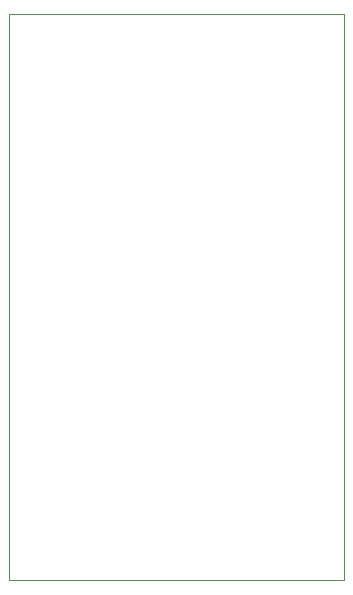
<source format=gbr>
%TF.GenerationSoftware,KiCad,Pcbnew,7.0.5-0*%
%TF.CreationDate,2023-06-28T11:54:25-07:00*%
%TF.ProjectId,AAXA01,41415841-3031-42e6-9b69-6361645f7063,rev?*%
%TF.SameCoordinates,PX5f5d2a1PY5f5eba0*%
%TF.FileFunction,Profile,NP*%
%FSLAX46Y46*%
G04 Gerber Fmt 4.6, Leading zero omitted, Abs format (unit mm)*
G04 Created by KiCad (PCBNEW 7.0.5-0) date 2023-06-28 11:54:25*
%MOMM*%
%LPD*%
G01*
G04 APERTURE LIST*
%TA.AperFunction,Profile*%
%ADD10C,0.100000*%
%TD*%
G04 APERTURE END LIST*
D10*
X3679Y47902720D02*
X28403679Y47902720D01*
X28403679Y2720D01*
X3679Y2720D01*
X3679Y47902720D01*
M02*

</source>
